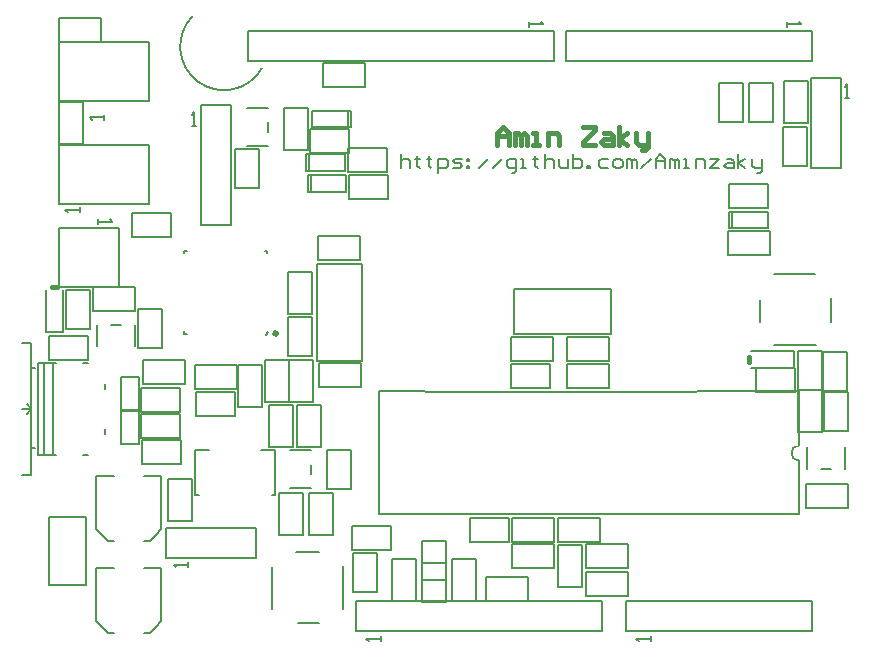
<source format=gto>
G04*
G04 #@! TF.GenerationSoftware,Altium Limited,Altium Designer,19.0.15 (446)*
G04*
G04 Layer_Color=65535*
%FSLAX44Y44*%
%MOMM*%
G71*
G01*
G75*
%ADD10C,0.2000*%
%ADD11C,0.4000*%
D10*
X125534Y533441D02*
G03*
X184427Y489473I26866J-25441D01*
G01*
X639200Y170180D02*
G03*
X639200Y157480I0J-6350D01*
G01*
X264160Y12700D02*
X472440D01*
Y38100D01*
X264160D02*
X472440D01*
X264160Y12700D02*
Y38100D01*
X12697Y375000D02*
Y425000D01*
Y375000D02*
X88897D01*
X12697Y425000D02*
X88897D01*
Y375000D02*
Y425000D01*
X63502Y304300D02*
Y354300D01*
X12700D02*
X63502D01*
X12700Y304300D02*
X63502D01*
X12700D02*
Y354300D01*
X33370Y240000D02*
X37370D01*
X-4630D02*
X10370D01*
X-4630Y162000D02*
Y240000D01*
X33370Y162000D02*
X37370D01*
X51370Y218000D02*
Y222000D01*
Y180000D02*
Y184000D01*
X-4630Y162000D02*
X10370D01*
X370Y239000D02*
X1370Y240000D01*
X370Y162000D02*
Y239000D01*
X7370Y162000D02*
Y240000D01*
X-10630Y145000D02*
Y240000D01*
X-18630Y145000D02*
X-10630D01*
Y240000D02*
Y257000D01*
X-18630D02*
X-10630D01*
X-18630Y201000D02*
X-10630D01*
X-14630Y205000D02*
X-10630Y201000D01*
X-14630Y197000D02*
X-10630Y201000D01*
Y236000D02*
X-7630D01*
X-10630Y168000D02*
X-7630D01*
X179700Y75300D02*
Y98500D01*
X103500Y75300D02*
X179700D01*
X103500D02*
Y100700D01*
X179700D01*
Y98500D02*
Y100700D01*
X133300Y357100D02*
Y458700D01*
Y357100D02*
X158700D01*
Y458700D01*
X133300D02*
X158700D01*
X172720Y520700D02*
X431800D01*
X172720Y495300D02*
Y520700D01*
Y495300D02*
X431800D01*
Y520700D01*
X441960D02*
X650240D01*
X441960Y495300D02*
Y520700D01*
Y495300D02*
X650240D01*
Y520700D01*
X492760Y12700D02*
X650240D01*
Y38100D01*
X492760D02*
X650240D01*
X492760Y12700D02*
Y38100D01*
X672500Y405500D02*
X674700D01*
Y481700D01*
X649300D02*
X674700D01*
X649300Y405500D02*
Y481700D01*
Y405500D02*
X672500D01*
X94500Y94500D02*
X99500Y99500D01*
Y144500D01*
X54500Y89500D02*
X59500D01*
X44500Y99500D02*
X54500Y89500D01*
X44500Y99500D02*
Y144500D01*
X89500Y89500D02*
X94500Y94500D01*
X84500Y89500D02*
X89500D01*
X44500Y144500D02*
X59500D01*
X84500D02*
X99500D01*
X94500Y16500D02*
X99500Y21500D01*
Y66500D01*
X54500Y11500D02*
X59500D01*
X44500Y21500D02*
X54500Y11500D01*
X44500Y21500D02*
Y66500D01*
X89500Y11500D02*
X94500Y16500D01*
X84500Y11500D02*
X89500D01*
X44500Y66500D02*
X59500D01*
X84500D02*
X99500D01*
X88897Y461440D02*
Y511440D01*
X12697D02*
X88897D01*
X12697Y461440D02*
X88897D01*
X12697D02*
Y511440D01*
X193000Y128000D02*
X196000D01*
X128000D02*
X131000D01*
X128000Y166000D02*
X140000D01*
X184000D02*
X196000D01*
X128000Y128000D02*
Y166000D01*
X196000Y128000D02*
Y166000D01*
X283600Y138018D02*
Y151111D01*
Y177299D02*
Y190392D01*
Y111830D02*
Y138018D01*
Y190392D02*
Y216580D01*
X540300Y215830D02*
X565025Y216017D01*
X614475Y216393D02*
X639200Y216580D01*
X473625Y215830D02*
X495850D01*
X406950D02*
X429175D01*
X495850D02*
X540300D01*
X362500D02*
X406950D01*
X565025Y216017D02*
X614475Y216393D01*
X283600Y216580D02*
X362500Y215830D01*
X429175D02*
X473625D01*
X283600Y151111D02*
Y177299D01*
Y111830D02*
X639200D01*
Y157480D01*
Y170180D02*
Y216580D01*
X618000Y315000D02*
X653000D01*
X605999Y275000D02*
Y293000D01*
X666000Y275000D02*
Y295000D01*
X618000Y255000D02*
X654000D01*
X193000Y32000D02*
Y67000D01*
X215000Y20000D02*
X233000D01*
X213000Y80000D02*
X233000D01*
X253000Y32000D02*
Y68000D01*
X190000Y436000D02*
Y444000D01*
X172000Y456000D02*
X190000D01*
X172000Y424000D02*
X190000D01*
X658000Y150500D02*
X666000D01*
X678000D02*
Y168500D01*
X646000Y150500D02*
Y168500D01*
X226000Y146000D02*
Y154000D01*
X208000Y166000D02*
X226000D01*
X208000Y134000D02*
X226000D01*
X57000Y272000D02*
X65000D01*
X45000Y254000D02*
Y272000D01*
X77000Y254000D02*
Y272000D01*
X208120Y169220D02*
X210660D01*
Y204780D01*
X199330D02*
X210660D01*
X190340Y169220D02*
Y185590D01*
Y169220D02*
X208120D01*
X190340Y185590D02*
Y204780D01*
X199330D01*
X459220Y42840D02*
Y45380D01*
Y42840D02*
X494780D01*
Y54170D01*
X459220Y63160D02*
X475590D01*
X459220Y45380D02*
Y63160D01*
X475590D02*
X494780D01*
Y54170D02*
Y63160D01*
X452620Y50220D02*
X455160D01*
Y85780D01*
X443830D02*
X455160D01*
X434840Y50220D02*
Y66590D01*
Y50220D02*
X452620D01*
X434840Y66590D02*
Y85780D01*
X443830D01*
X186840Y242780D02*
X195830D01*
X186840Y223590D02*
Y242780D01*
Y207220D02*
X204620D01*
X186840D02*
Y223590D01*
X195830Y242780D02*
X207160D01*
Y207220D02*
Y242780D01*
X204620Y207220D02*
X207160D01*
X128170Y217810D02*
Y226800D01*
Y217810D02*
X147360D01*
X163731D02*
Y235590D01*
X147360Y217810D02*
X163731D01*
X128170Y226800D02*
Y238130D01*
X163731D01*
Y235590D02*
Y238130D01*
X116170Y106220D02*
X125160D01*
Y125410D01*
X107380Y141780D02*
X125160D01*
Y125410D02*
Y141780D01*
X104840Y106220D02*
X116170D01*
X104840D02*
Y141780D01*
X107380D01*
X210170Y94220D02*
X219160D01*
Y113410D01*
X201380Y129780D02*
X219160D01*
Y113410D02*
Y129780D01*
X198840Y94220D02*
X210170D01*
X198840D02*
Y129780D01*
X201380D01*
X579220Y331840D02*
Y340830D01*
Y331840D02*
X598410D01*
X614780D02*
Y349620D01*
X598410Y331840D02*
X614780D01*
X579220Y340830D02*
Y352160D01*
X614780D01*
Y349620D02*
Y352160D01*
X494780Y77370D02*
Y86360D01*
X475590D02*
X494780D01*
X459220Y68580D02*
Y86360D01*
X475590D01*
X494780Y66040D02*
Y77370D01*
X459220Y66040D02*
X494780D01*
X459220D02*
Y68580D01*
X236220Y473840D02*
Y482830D01*
Y473840D02*
X255410D01*
X271780D02*
Y491620D01*
X255410Y473840D02*
X271780D01*
X236220Y482830D02*
Y494160D01*
X271780D01*
Y491620D02*
Y494160D01*
X431780Y77370D02*
Y86360D01*
X412590D02*
X431780D01*
X396220Y68580D02*
Y86360D01*
X412590D01*
X431780Y66040D02*
Y77370D01*
X396220Y66040D02*
X431780D01*
X396220D02*
Y68580D01*
X599000Y236000D02*
X635000D01*
Y250000D01*
X599000D02*
X635000D01*
X2000Y266000D02*
Y302000D01*
Y266000D02*
X16000D01*
Y302000D01*
X207840Y242780D02*
X210380D01*
X207840Y207220D02*
Y242780D01*
Y207220D02*
X219170D01*
X228160Y226410D02*
Y242780D01*
X210380D02*
X228160D01*
Y207220D02*
Y226410D01*
X219170Y207220D02*
X228160D01*
X224620Y281220D02*
X227160D01*
Y316780D01*
X215830D02*
X227160D01*
X206840Y281220D02*
Y297590D01*
Y281220D02*
X224620D01*
X206840Y297590D02*
Y316780D01*
X215830D01*
X182022Y202596D02*
X184562D01*
Y238156D01*
X173232D02*
X184562D01*
X164242Y202596D02*
Y218966D01*
Y202596D02*
X182022D01*
X164242Y218966D02*
Y238156D01*
X173232D01*
X12840Y460780D02*
X15380D01*
X12840Y425220D02*
Y460780D01*
Y425220D02*
X24170D01*
X33160Y444410D02*
Y460780D01*
X15380D02*
X33160D01*
Y425220D02*
Y444410D01*
X24170Y425220D02*
X33160D01*
X268280Y237620D02*
Y240160D01*
X232720D02*
X268280D01*
X232720Y228830D02*
Y240160D01*
X251910Y219840D02*
X268280D01*
Y237620D01*
X232720Y219840D02*
X251910D01*
X232720D02*
Y228830D01*
X267780Y344620D02*
Y347160D01*
X232220D02*
X267780D01*
X232220Y335830D02*
Y347160D01*
X251410Y326840D02*
X267780D01*
Y344620D01*
X232220Y326840D02*
X251410D01*
X232220D02*
Y335830D01*
X644621Y443220D02*
X647160D01*
Y478780D01*
X635830D02*
X647160D01*
X626841Y443220D02*
Y459590D01*
Y443220D02*
X644621D01*
X626841Y459590D02*
Y478780D01*
X635830D01*
X48280Y529620D02*
Y532160D01*
X12720D02*
X48280D01*
X12720Y520830D02*
Y532160D01*
X31910Y511840D02*
X48280D01*
Y529620D01*
X12720Y511840D02*
X31910D01*
X12720D02*
Y520830D01*
X409780Y56620D02*
Y59160D01*
X374220D02*
X409780D01*
X374220Y47830D02*
Y59160D01*
X393410Y38840D02*
X409780D01*
Y56620D01*
X374220Y38840D02*
X393410D01*
X374220D02*
Y47830D01*
X294640Y73780D02*
X297180D01*
X294640Y38220D02*
Y73780D01*
Y38220D02*
X305970D01*
X314960Y57410D02*
Y73780D01*
X297180D02*
X314960D01*
Y38220D02*
Y57410D01*
X305970Y38220D02*
X314960D01*
X345440Y73780D02*
X347980D01*
X345440Y38220D02*
Y73780D01*
Y38220D02*
X356770D01*
X365760Y57410D02*
Y73780D01*
X347980D02*
X365760D01*
Y38220D02*
Y57410D01*
X356770Y38220D02*
X365760D01*
X443220Y218840D02*
Y221380D01*
Y218840D02*
X478780D01*
Y230170D01*
X443220Y239160D02*
X459590D01*
X443220Y221380D02*
Y239160D01*
X459590D02*
X478780D01*
Y230170D02*
Y239160D01*
X396220Y88840D02*
Y91380D01*
Y88840D02*
X431780D01*
Y100170D01*
X396220Y109160D02*
X412590D01*
X396220Y91380D02*
Y109160D01*
X412590D02*
X431780D01*
Y100170D02*
Y109160D01*
X470780Y106620D02*
Y109160D01*
X435220D02*
X470780D01*
X435220Y97830D02*
Y109160D01*
X454410Y88840D02*
X470780D01*
Y106620D01*
X435220Y88840D02*
X454410D01*
X435220D02*
Y97830D01*
X478780Y259620D02*
Y262160D01*
X443220D02*
X478780D01*
X443220Y250830D02*
Y262160D01*
X462410Y241840D02*
X478780D01*
Y259620D01*
X443220Y241840D02*
X462410D01*
X443220D02*
Y250830D01*
X395220Y241840D02*
Y244380D01*
Y241840D02*
X430780D01*
Y253170D01*
X395220Y262160D02*
X411590D01*
X395220Y244380D02*
Y262160D01*
X411590D02*
X430780D01*
Y253170D02*
Y262160D01*
X220980Y420600D02*
X223520D01*
Y456160D01*
X212190D02*
X223520D01*
X203200Y420600D02*
Y436970D01*
Y420600D02*
X220980D01*
X203200Y436970D02*
Y456160D01*
X212190D01*
X680780Y134620D02*
Y137160D01*
X645220D02*
X680780D01*
X645220Y125830D02*
Y137160D01*
X664410Y116840D02*
X680780D01*
Y134620D01*
X645220Y116840D02*
X664410D01*
X645220D02*
Y125830D01*
X213840Y204780D02*
X216380D01*
X213840Y169220D02*
Y204780D01*
Y169220D02*
X225170D01*
X234160Y188410D02*
Y204780D01*
X216380D02*
X234160D01*
Y169220D02*
Y188410D01*
X225170Y169220D02*
X234160D01*
X76780Y301620D02*
Y304160D01*
X41220D02*
X76780D01*
X41220Y292830D02*
Y304160D01*
X60410Y283840D02*
X76780D01*
Y301620D01*
X41220Y283840D02*
X60410D01*
X41220D02*
Y292830D01*
X656370Y181720D02*
X658910D01*
Y217280D01*
X647580D02*
X658910D01*
X638590Y181720D02*
Y198090D01*
Y181720D02*
X656370D01*
X638590Y198090D02*
Y217280D01*
X647580D01*
X224000Y129994D02*
X226540D01*
X224000Y94434D02*
Y129994D01*
Y94434D02*
X235330D01*
X244320Y113624D02*
Y129994D01*
X226540D02*
X244320D01*
Y94434D02*
Y113624D01*
X235330Y94434D02*
X244320D01*
X119780Y239620D02*
Y242160D01*
X84220D02*
X119780D01*
X84220Y230830D02*
Y242160D01*
X103410Y221840D02*
X119780D01*
Y239620D01*
X84220Y221840D02*
X103410D01*
X84220D02*
Y230830D01*
X231000Y242000D02*
Y324000D01*
Y242000D02*
X269000D01*
Y324000D01*
X231000D02*
X269000D01*
X398000Y265000D02*
X480000D01*
Y303000D01*
X398000D02*
X480000D01*
X398000Y265000D02*
Y303000D01*
X222220Y403000D02*
X224760D01*
X222220Y417000D02*
X224760D01*
X222220Y403000D02*
Y417000D01*
X224760Y403000D02*
Y417000D01*
X255000D01*
Y403000D02*
Y417000D01*
X224760Y403000D02*
X255000D01*
X223220Y385000D02*
X225760D01*
X223220Y399000D02*
X225760D01*
X223220Y385000D02*
Y399000D01*
X225760Y385000D02*
Y399000D01*
X256000D01*
Y385000D02*
Y399000D01*
X225760Y385000D02*
X256000D01*
X257264Y453660D02*
X259804D01*
X257264Y439660D02*
X259804D01*
Y453660D01*
X257264Y439660D02*
Y453660D01*
X227023Y439660D02*
X257264D01*
X227023D02*
Y453660D01*
X257264D01*
X580220Y354000D02*
X582760D01*
X580220Y368000D02*
X582760D01*
X580220Y354000D02*
Y368000D01*
X582760Y354000D02*
Y368000D01*
X613000D01*
Y354000D02*
Y368000D01*
X582760Y354000D02*
X613000D01*
X36000Y52000D02*
Y110000D01*
X4000Y52000D02*
X36000D01*
X4000D02*
Y110000D01*
X36000D01*
X188000Y264000D02*
X190000Y266000D01*
X119000Y265000D02*
Y267000D01*
Y265000D02*
X121000D01*
X119000Y335000D02*
X121000D01*
X119000Y333000D02*
Y335000D01*
X187000D02*
X189000D01*
Y333000D02*
Y335000D01*
X182160Y388190D02*
Y421210D01*
X161840D02*
X182160D01*
X161840Y388190D02*
Y421210D01*
Y388190D02*
X182160D01*
X257490Y401840D02*
X290510D01*
Y422160D01*
X257490D02*
X290510D01*
X257490Y401840D02*
Y422160D01*
X258490Y378840D02*
X291510D01*
Y399160D01*
X258490D02*
X291510D01*
X258490Y378840D02*
Y399160D01*
X128490Y194840D02*
X161510D01*
Y215160D01*
X128490D02*
X161510D01*
X128490Y194840D02*
Y215160D01*
X100200Y252490D02*
Y285510D01*
X79880D02*
X100200D01*
X79880Y252490D02*
Y285510D01*
Y252490D02*
X100200D01*
X74490Y367160D02*
X107510D01*
X74490Y346840D02*
Y367160D01*
Y346840D02*
X107510D01*
Y367160D01*
X82490Y198840D02*
X115510D01*
Y219160D01*
X82490D02*
X115510D01*
X82490Y198840D02*
Y219160D01*
Y176840D02*
X115510D01*
Y197160D01*
X82490D02*
X115510D01*
X82490Y176840D02*
Y197160D01*
X82990Y175160D02*
X116010D01*
X82990Y154840D02*
Y175160D01*
Y154840D02*
X116010D01*
Y175160D01*
X206840Y245990D02*
Y279010D01*
Y245990D02*
X227160D01*
Y279010D01*
X206840D02*
X227160D01*
X617160Y444490D02*
Y477510D01*
X596840D02*
X617160D01*
X596840Y444490D02*
Y477510D01*
Y444490D02*
X617160D01*
X592160D02*
Y477510D01*
X571840D02*
X592160D01*
X571840Y444490D02*
Y477510D01*
Y444490D02*
X592160D01*
X646160Y406490D02*
Y439510D01*
X625840D02*
X646160D01*
X625840Y406490D02*
Y439510D01*
Y406490D02*
X646160D01*
X319840Y56490D02*
Y89510D01*
Y56490D02*
X340160D01*
Y89510D01*
X319840D02*
X340160D01*
X319840Y37990D02*
Y71010D01*
Y37990D02*
X340160D01*
Y71010D01*
X319840D02*
X340160D01*
X360490Y109160D02*
X393510D01*
X360490Y88840D02*
Y109160D01*
Y88840D02*
X393510D01*
Y109160D01*
X602490Y215840D02*
X635510D01*
Y236160D01*
X602490D02*
X635510D01*
X602490Y215840D02*
Y236160D01*
X395490Y218840D02*
X428510D01*
Y239160D01*
X395490D02*
X428510D01*
X395490Y218840D02*
Y239160D01*
X225513Y417840D02*
X258533D01*
Y438160D01*
X225513D02*
X258533D01*
X225513Y417840D02*
Y438160D01*
X579990Y391160D02*
X613010D01*
X579990Y370840D02*
Y391160D01*
Y370840D02*
X613010D01*
Y391160D01*
X681160Y182490D02*
Y215510D01*
X660840D02*
X681160D01*
X660840Y182490D02*
Y215510D01*
Y182490D02*
X681160D01*
X659840Y216490D02*
Y249510D01*
Y216490D02*
X680160D01*
Y249510D01*
X659840D02*
X680160D01*
X261840Y46490D02*
Y79510D01*
Y46490D02*
X282160D01*
Y79510D01*
X261840D02*
X282160D01*
X39160Y268490D02*
Y301510D01*
X18840D02*
X39160D01*
X18840Y268490D02*
Y301510D01*
Y268490D02*
X39160D01*
X260160Y133490D02*
Y166510D01*
X239840D02*
X260160D01*
X239840Y133490D02*
Y166510D01*
Y133490D02*
X260160D01*
X638840Y217490D02*
Y250510D01*
Y217490D02*
X659160D01*
Y250510D01*
X638840D02*
X659160D01*
X260490Y102160D02*
X293510D01*
X260490Y81840D02*
Y102160D01*
Y81840D02*
X293510D01*
Y102160D01*
X4490Y242840D02*
X37510D01*
Y263160D01*
X4490D02*
X37510D01*
X4490Y242840D02*
Y263160D01*
X80620Y200030D02*
Y227970D01*
X65380D02*
X80620D01*
X65380Y200030D02*
Y227970D01*
Y200030D02*
X80620D01*
X65380Y171030D02*
Y198970D01*
Y171030D02*
X80620D01*
Y198970D01*
X65380D02*
X80620D01*
X629380Y528860D02*
Y524861D01*
Y526861D01*
X641376D01*
X639377Y528860D01*
X513620Y4540D02*
Y8539D01*
Y6539D01*
X501624D01*
X503623Y4540D01*
X285020D02*
Y8539D01*
Y6539D01*
X273024D01*
X275023Y4540D01*
X678000Y464000D02*
X681999D01*
X679999D01*
Y475996D01*
X678000Y473997D01*
X410940Y528860D02*
Y524861D01*
Y526861D01*
X422936D01*
X420937Y528860D01*
X125140Y440380D02*
X129139D01*
X127139D01*
Y452376D01*
X125140Y450377D01*
X121820Y67140D02*
Y71139D01*
Y69139D01*
X109824D01*
X111823Y67140D01*
X30226Y367742D02*
Y371741D01*
Y369741D01*
X18230D01*
X20229Y367742D01*
X45974Y361558D02*
Y357559D01*
Y359559D01*
X57970D01*
X55971Y361558D01*
X302000Y416996D02*
Y405000D01*
Y410998D01*
X303999Y412997D01*
X307998D01*
X309997Y410998D01*
Y405000D01*
X315996Y414997D02*
Y412997D01*
X313996D01*
X317995D01*
X315996D01*
Y406999D01*
X317995Y405000D01*
X325992Y414997D02*
Y412997D01*
X323993D01*
X327992D01*
X325992D01*
Y406999D01*
X327992Y405000D01*
X333990Y401001D02*
Y412997D01*
X339988D01*
X341987Y410998D01*
Y406999D01*
X339988Y405000D01*
X333990D01*
X345986D02*
X351984D01*
X353983Y406999D01*
X351984Y408999D01*
X347985D01*
X345986Y410998D01*
X347985Y412997D01*
X353983D01*
X357982D02*
X359981D01*
Y410998D01*
X357982D01*
Y412997D01*
Y406999D02*
X359981D01*
Y405000D01*
X357982D01*
Y406999D01*
X367979Y405000D02*
X375976Y412997D01*
X379975Y405000D02*
X387972Y412997D01*
X395970Y401001D02*
X397969D01*
X399968Y403001D01*
Y412997D01*
X393970D01*
X391971Y410998D01*
Y406999D01*
X393970Y405000D01*
X399968D01*
X403967D02*
X407966D01*
X405966D01*
Y412997D01*
X403967D01*
X415963Y414997D02*
Y412997D01*
X413964D01*
X417962D01*
X415963D01*
Y406999D01*
X417962Y405000D01*
X423961Y416996D02*
Y405000D01*
Y410998D01*
X425960Y412997D01*
X429959D01*
X431958Y410998D01*
Y405000D01*
X435957Y412997D02*
Y406999D01*
X437956Y405000D01*
X443954D01*
Y412997D01*
X447953Y416996D02*
Y405000D01*
X453951D01*
X455950Y406999D01*
Y408999D01*
Y410998D01*
X453951Y412997D01*
X447953D01*
X459949Y405000D02*
Y406999D01*
X461948D01*
Y405000D01*
X459949D01*
X477943Y412997D02*
X471945D01*
X469946Y410998D01*
Y406999D01*
X471945Y405000D01*
X477943D01*
X483941D02*
X487940D01*
X489939Y406999D01*
Y410998D01*
X487940Y412997D01*
X483941D01*
X481942Y410998D01*
Y406999D01*
X483941Y405000D01*
X493938D02*
Y412997D01*
X495937D01*
X497937Y410998D01*
Y405000D01*
Y410998D01*
X499936Y412997D01*
X501935Y410998D01*
Y405000D01*
X505934D02*
X513932Y412997D01*
X517930Y405000D02*
Y412997D01*
X521929Y416996D01*
X525928Y412997D01*
Y405000D01*
Y410998D01*
X517930D01*
X529926Y405000D02*
Y412997D01*
X531926D01*
X533925Y410998D01*
Y405000D01*
Y410998D01*
X535924Y412997D01*
X537924Y410998D01*
Y405000D01*
X541922D02*
X545921D01*
X543922D01*
Y412997D01*
X541922D01*
X551919Y405000D02*
Y412997D01*
X557917D01*
X559917Y410998D01*
Y405000D01*
X563915Y412997D02*
X571913D01*
X563915Y405000D01*
X571913D01*
X577911Y412997D02*
X581909D01*
X583909Y410998D01*
Y405000D01*
X577911D01*
X575911Y406999D01*
X577911Y408999D01*
X583909D01*
X587907Y405000D02*
Y416996D01*
Y408999D02*
X593906Y412997D01*
X587907Y408999D02*
X593906Y405000D01*
X599904Y412997D02*
Y406999D01*
X601903Y405000D01*
X607901D01*
Y403001D01*
X605902Y401001D01*
X603902D01*
X607901Y405000D02*
Y412997D01*
X50800Y446000D02*
Y449999D01*
Y447999D01*
X38804D01*
X40803Y446000D01*
D11*
X197000Y265000D02*
G03*
X197000Y265000I-1000J0D01*
G01*
X597000Y241000D02*
Y245000D01*
X7000Y304000D02*
X11000D01*
X384000Y425000D02*
Y434997D01*
X388998Y439995D01*
X393997Y434997D01*
Y425000D01*
Y432498D01*
X384000D01*
X398995Y425000D02*
Y434997D01*
X401494D01*
X403993Y432498D01*
Y425000D01*
Y432498D01*
X406493Y434997D01*
X408992Y432498D01*
Y425000D01*
X413990D02*
X418989D01*
X416489D01*
Y434997D01*
X413990D01*
X426486Y425000D02*
Y434997D01*
X433984D01*
X436483Y432498D01*
Y425000D01*
X456477Y439995D02*
X466473D01*
Y437496D01*
X456477Y427499D01*
Y425000D01*
X466473D01*
X473971Y434997D02*
X478969D01*
X481468Y432498D01*
Y425000D01*
X473971D01*
X471472Y427499D01*
X473971Y429998D01*
X481468D01*
X486467Y425000D02*
Y439995D01*
Y429998D02*
X493964Y434997D01*
X486467Y429998D02*
X493964Y425000D01*
X501462Y434997D02*
Y427499D01*
X503961Y425000D01*
X511459D01*
Y422501D01*
X508960Y420002D01*
X506460D01*
X511459Y425000D02*
Y434997D01*
M02*

</source>
